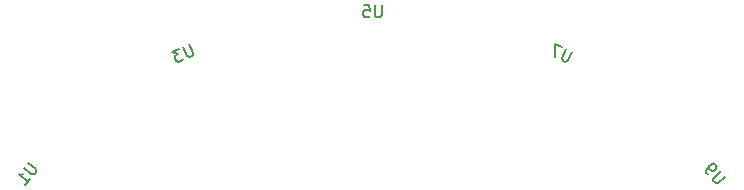
<source format=gbr>
G04 #@! TF.GenerationSoftware,KiCad,Pcbnew,(5.1.4-0-10_14)*
G04 #@! TF.CreationDate,2020-01-04T12:27:15+09:00*
G04 #@! TF.ProjectId,mouse,6d6f7573-652e-46b6-9963-61645f706362,rev?*
G04 #@! TF.SameCoordinates,Original*
G04 #@! TF.FileFunction,Legend,Bot*
G04 #@! TF.FilePolarity,Positive*
%FSLAX46Y46*%
G04 Gerber Fmt 4.6, Leading zero omitted, Abs format (unit mm)*
G04 Created by KiCad (PCBNEW (5.1.4-0-10_14)) date 2020-01-04 12:27:15*
%MOMM*%
%LPD*%
G04 APERTURE LIST*
%ADD10C,0.150000*%
G04 APERTURE END LIST*
D10*
X49600242Y-114380344D02*
X50220373Y-114900696D01*
X50262721Y-114998392D01*
X50268590Y-115065479D01*
X50243851Y-115169045D01*
X50121415Y-115314958D01*
X50023719Y-115357306D01*
X49956631Y-115363175D01*
X49853066Y-115338435D01*
X49232935Y-114818084D01*
X49356192Y-116226916D02*
X49723499Y-115789176D01*
X49539845Y-116008046D02*
X48773801Y-115365258D01*
X48944453Y-115384128D01*
X49078628Y-115372390D01*
X49176324Y-115330042D01*
X63197086Y-104337693D02*
X63539205Y-105071371D01*
X63536297Y-105177811D01*
X63513264Y-105241093D01*
X63447074Y-105324500D01*
X63274444Y-105404998D01*
X63168004Y-105402090D01*
X63104722Y-105379057D01*
X63021315Y-105312867D01*
X62679196Y-104579189D01*
X62333936Y-104740187D02*
X61772888Y-105001808D01*
X62235988Y-105206195D01*
X62106515Y-105266569D01*
X62040325Y-105349976D01*
X62017292Y-105413258D01*
X62014384Y-105519698D01*
X62115008Y-105735485D01*
X62198414Y-105801676D01*
X62261697Y-105824709D01*
X62368136Y-105827617D01*
X62627081Y-105706869D01*
X62693272Y-105623462D01*
X62716305Y-105560180D01*
X79501904Y-101052380D02*
X79501904Y-101861904D01*
X79454285Y-101957142D01*
X79406666Y-102004761D01*
X79311428Y-102052380D01*
X79120952Y-102052380D01*
X79025714Y-102004761D01*
X78978095Y-101957142D01*
X78930476Y-101861904D01*
X78930476Y-101052380D01*
X77978095Y-101052380D02*
X78454285Y-101052380D01*
X78501904Y-101528571D01*
X78454285Y-101480952D01*
X78359047Y-101433333D01*
X78120952Y-101433333D01*
X78025714Y-101480952D01*
X77978095Y-101528571D01*
X77930476Y-101623809D01*
X77930476Y-101861904D01*
X77978095Y-101957142D01*
X78025714Y-102004761D01*
X78120952Y-102052380D01*
X78359047Y-102052380D01*
X78454285Y-102004761D01*
X78501904Y-101957142D01*
X95663954Y-104981683D02*
X95321834Y-105715361D01*
X95238427Y-105781551D01*
X95175145Y-105804584D01*
X95068705Y-105807492D01*
X94896075Y-105726993D01*
X94829885Y-105643586D01*
X94806852Y-105580304D01*
X94803944Y-105473865D01*
X95146063Y-104740187D01*
X94800803Y-104579189D02*
X94196598Y-104297444D01*
X94162397Y-105384874D01*
X108605243Y-115547650D02*
X107985112Y-116068002D01*
X107881546Y-116092741D01*
X107814459Y-116086872D01*
X107716763Y-116044524D01*
X107594327Y-115898611D01*
X107569587Y-115795045D01*
X107575457Y-115727958D01*
X107617805Y-115630262D01*
X108237936Y-115109910D01*
X107135193Y-115351436D02*
X107012757Y-115205523D01*
X106988018Y-115101957D01*
X106993887Y-115034870D01*
X107042104Y-114870087D01*
X107157408Y-114711173D01*
X107449235Y-114466301D01*
X107552800Y-114441562D01*
X107619888Y-114447431D01*
X107717584Y-114489779D01*
X107840020Y-114635692D01*
X107864759Y-114739258D01*
X107858890Y-114806345D01*
X107816542Y-114904041D01*
X107634151Y-115057086D01*
X107530585Y-115081825D01*
X107463498Y-115075956D01*
X107365802Y-115033608D01*
X107243366Y-114887695D01*
X107218626Y-114784129D01*
X107224496Y-114717042D01*
X107266843Y-114619346D01*
M02*

</source>
